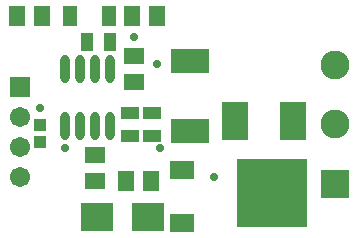
<source format=gbs>
G04*
G04 #@! TF.GenerationSoftware,Altium Limited,Altium Designer,20.2.3 (150)*
G04*
G04 Layer_Color=16711935*
%FSLAX24Y24*%
%MOIN*%
G70*
G04*
G04 #@! TF.SameCoordinates,C58E96D0-57B0-4EE0-BF03-278DEEB4FD21*
G04*
G04*
G04 #@! TF.FilePolarity,Negative*
G04*
G01*
G75*
%ADD12R,0.0671X0.0671*%
%ADD13C,0.0671*%
%ADD14R,0.0966X0.0966*%
%ADD15C,0.0966*%
%ADD16C,0.0280*%
%ADD38O,0.0316X0.0946*%
%ADD39R,0.0580X0.0680*%
%ADD40R,0.0434X0.0592*%
%ADD41R,0.0680X0.0580*%
%ADD42R,0.0513X0.0710*%
%ADD43R,0.0592X0.0434*%
%ADD44R,0.0395X0.0395*%
%ADD45R,0.1280X0.0840*%
%ADD46R,0.0867X0.1261*%
%ADD47R,0.1080X0.0980*%
%ADD48R,0.2380X0.2280*%
%ADD49R,0.0800X0.0640*%
D12*
X600Y5300D02*
D03*
D13*
Y4300D02*
D03*
Y3300D02*
D03*
Y2300D02*
D03*
D14*
X11100Y2081D02*
D03*
D15*
Y4050D02*
D03*
Y6018D02*
D03*
D16*
X2100Y3250D02*
D03*
X5250D02*
D03*
X4400Y6950D02*
D03*
X1244Y4585D02*
D03*
X7050Y2300D02*
D03*
X5150Y6050D02*
D03*
D38*
X3600Y4005D02*
D03*
X3100D02*
D03*
X2600D02*
D03*
X2100D02*
D03*
X3600Y5895D02*
D03*
X3100D02*
D03*
X2600D02*
D03*
X2100D02*
D03*
D39*
X1336Y7650D02*
D03*
X496D02*
D03*
X4330D02*
D03*
X5170D02*
D03*
X4955Y2175D02*
D03*
X4115D02*
D03*
D40*
X3574Y6800D02*
D03*
X2826D02*
D03*
D41*
X4400Y6320D02*
D03*
Y5480D02*
D03*
X3100Y2180D02*
D03*
Y3020D02*
D03*
D42*
X3559Y7650D02*
D03*
X2241D02*
D03*
D43*
X4266Y3676D02*
D03*
Y4424D02*
D03*
X5000D02*
D03*
Y3676D02*
D03*
D44*
X1250Y3455D02*
D03*
Y4045D02*
D03*
D45*
X6250Y6180D02*
D03*
Y3820D02*
D03*
D46*
X9700Y4150D02*
D03*
X7750D02*
D03*
D47*
X4850Y950D02*
D03*
X3150D02*
D03*
D48*
X8980Y1750D02*
D03*
D49*
X6000Y2525D02*
D03*
Y775D02*
D03*
M02*

</source>
